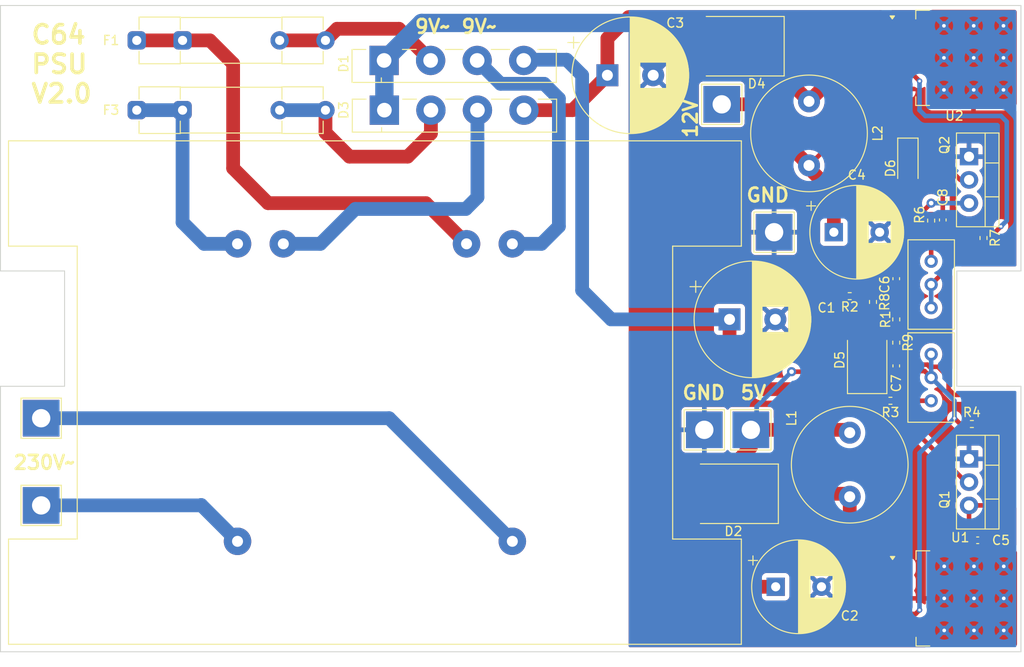
<source format=kicad_pcb>
(kicad_pcb (version 20240108) (generator "pcbnew") (generator_version "8.0")
  (title_block (title "C64 and 1541 PSU") (date "2025-01-11") (rev "1.0"))
  (layers (0 "F.Cu" signal) (31 "B.Cu" signal) (34 "B.Paste" user) (35 "F.Paste" user) (36 "B.SilkS" user "B.Silkscreen") (37 "F.SilkS" user "F.Silkscreen") (38 "B.Mask" user) (39 "F.Mask" user) (44 "Edge.Cuts" user))
  (net 0 "")
  (net 1 "Net-(D1-+)")
  (net 2 "GND")
  (net 3 "Net-(D1-Pad3)")
  (net 4 "Net-(D1-Pad2)")
  (net 5 "Net-(D2-K)")
  (net 6 "Net-(J1-Pin_1)")
  (net 7 "Net-(J2-Pin_1)")
  (net 8 "/5VDC")
  (net 9 "Net-(D3-+)")
  (net 10 "/12VDC")
  (net 11 "Net-(D5-A)")
  (net 12 "Net-(D6-A)")
  (net 13 "Net-(D4-K)")
  (net 14 "Net-(D3-Pad3)")
  (net 15 "Net-(D3-Pad2)")
  (net 16 "Net-(Q1-G)")
  (net 17 "Net-(Q2-G)")
  (net 18 "/FB5V")
  (net 19 "/FB12V")
  (net 20 "Net-(F1-Pad1)")
  (net 21 "Net-(F3-Pad1)")
  (net 22 "Net-(R3-Pad2)")
  (net 23 "Net-(R6-Pad2)")
  (footprint "Resistor_SMD:R_0402_1005Metric_Pad0.72x0.64mm_HandSolder" (layer "F.Cu") (at 179.705 90.17)
    (property "Reference" "R4" (at 0 -1.27 0) (layer "F.SilkS"))
    (property "Value" "1k")
    (pad "1" smd roundrect (at -0.5975 0) (size 0.715 0.64) (layers "F.Cu" "F.Paste" "F.Mask") (net 18 "/FB5V"))
    (pad "2" smd roundrect (at 0.5975 0) (size 0.715 0.64) (layers "F.Cu" "F.Paste" "F.Mask") (net 2 "GND"))
  )
  (footprint "c64_psu:TO-263-5_TabPin3" (layer "F.Cu") (at 178.405 50.165)
    (property "Reference" "U2" (at -0.605 6.35 0) (layer "F.SilkS"))
    (property "Value" "LM2596S-ADJ")
    (pad "1" smd roundrect (at -7.65 -3.4) (size 4.6 1.1) (layers "F.Cu" "F.Paste" "F.Mask") (roundrect_rratio 0.227273) (net 9 "Net-(D3-+)"))
    (pad "2" smd roundrect (at -7.65 -1.7) (size 4.6 1.1) (layers "F.Cu" "F.Paste" "F.Mask") (roundrect_rratio 0.227273) (net 13 "Net-(D4-K)"))
    (pad "3" smd roundrect (at -7.65 0) (size 4.6 1.1) (layers "F.Cu" "F.Paste" "F.Mask") (roundrect_rratio 0.227273) (net 2 "GND"))
    (pad "3" thru_hole circle (at -1.75 -3.5) (size 1 1) (drill 0.4) (layers "*.Cu" "*.Mask") (net 2 "GND"))
    (pad "3" thru_hole circle (at -1.75 0) (size 1 1) (drill 0.4) (layers "*.Cu" "*.Mask") (net 2 "GND"))
    (pad "3" thru_hole circle (at -1.75 3.5) (size 1 1) (drill 0.4) (layers "*.Cu" "*.Mask") (net 2 "GND"))
    (pad "3" smd roundrect (at 1.475 0) (size 9.45 10.5) (layers "F.Cu" "F.Mask") (roundrect_rratio 0.026596) (net 2 "GND"))
    (pad "3" thru_hole circle (at 1.5 -3.5) (size 1 1) (drill 0.4) (layers "*.Cu" "*.Mask") (net 2 "GND"))
    (pad "3" thru_hole circle (at 1.5 0) (size 1 1) (drill 0.4) (layers "*.Cu" "*.Mask") (net 2 "GND"))
    (pad "3" thru_hole circle (at 1.5 3.5) (size 1 1) (drill 0.4) (layers "*.Cu" "*.Mask") (net 2 "GND"))
    (pad "3" thru_hole circle (at 4.75 -3.5) (size 1 1) (drill 0.4) (layers "*.Cu" "*.Mask") (net 2 "GND"))
    (pad "3" thru_hole circle (at 4.75 0) (size 1 1) (drill 0.4) (layers "*.Cu" "*.Mask") (net 2 "GND"))
    (pad "3" thru_hole circle (at 4.75 3.5) (size 1 1) (drill 0.4) (layers "*.Cu" "*.Mask") (net 2 "GND"))
    (pad "4" smd roundrect (at -7.65 1.7) (size 4.6 1.1) (layers "F.Cu" "F.Paste" "F.Mask") (roundrect_rratio 0.227273) (net 19 "/FB12V"))
    (pad "5" smd roundrect (at -7.65 3.4) (size 4.6 1.1) (layers "F.Cu" "F.Paste" "F.Mask") (roundrect_rratio 0.227273) (net 2 "GND"))
  )
  (footprint "Resistor_SMD:R_0402_1005Metric_Pad0.72x0.64mm_HandSolder" (layer "F.Cu") (at 175.26 67.945 -90)
    (property "Reference" "R6" (at -0.635 1.27 90) (layer "F.SilkS"))
    (property "Value" "8k2")
    (pad "1" smd roundrect (at -0.5975 0 270) (size 0.715 0.64) (layers "F.Cu" "F.Paste" "F.Mask") (net 10 "/12VDC"))
    (pad "2" smd roundrect (at 0.5975 0 270) (size 0.715 0.64) (layers "F.Cu" "F.Paste" "F.Mask") (net 23 "Net-(R6-Pad2)"))
  )
  (footprint "Capacitor_THT:CP_Radial_D12.5mm_P5.00mm" (layer "F.Cu") (at 139.916041 52.07)
    (property "Reference" "C3" (at 7.403959 -5.715 0) (layer "F.SilkS"))
    (property "Value" "2200u")
    (pad "1" thru_hole rect (at 0 0) (size 2.4 2.4) (drill 1.2) (layers "*.Cu" "*.Mask") (net 9 "Net-(D3-+)"))
    (pad "2" thru_hole circle (at 5 0) (size 2.4 2.4) (drill 1.2) (layers "*.Cu" "*.Mask") (net 2 "GND"))
  )
  (footprint "TestPoint:TestPoint_THTPad_4.0x4.0mm_Drill2.0mm" (layer "F.Cu") (at 158.115 69.215 90)
    (property "Reference" "J6" (hide yes))
    (property "Value" "GND")
    (pad "1" thru_hole rect (at 0 0 90) (size 4 4) (drill 2) (layers "*.Cu" "*.Mask") (net 2 "GND"))
  )
  (footprint "Package_TO_SOT_THT:TO-220-3_Vertical" (layer "F.Cu") (at 179.395 93.98 -90)
    (property "Reference" "Q1" (at 4.445 2.67 90) (layer "F.SilkS"))
    (property "Value" "BT145")
    (pad "1" thru_hole rect (at 0 0 270) (size 1.905 2) (drill 1.1) (layers "*.Cu" "*.Mask") (net 2 "GND"))
    (pad "2" thru_hole oval (at 2.54 0 270) (size 1.905 2) (drill 1.1) (layers "*.Cu" "*.Mask") (net 8 "/5VDC"))
    (pad "3" thru_hole oval (at 5.08 0 270) (size 1.905 2) (drill 1.1) (layers "*.Cu" "*.Mask") (net 16 "Net-(Q1-G)"))
  )
  (footprint "Capacitor_SMD:C_0402_1005Metric_Pad0.74x0.62mm_HandSolder" (layer "F.Cu") (at 171.45 74.295 -90)
    (property "Reference" "C6" (at 0.635 1.27 90) (layer "F.SilkS"))
    (property "Value" "100n")
    (pad "1" smd roundrect (at -0.5675 0 270) (size 0.735 0.62) (layers "F.Cu" "F.Paste" "F.Mask") (net 17 "Net-(Q2-G)"))
    (pad "2" smd roundrect (at 0.5675 0 270) (size 0.735 0.62) (layers "F.Cu" "F.Paste" "F.Mask") (net 2 "GND"))
  )
  (footprint "Diode_THT:Diode_Bridge_Vishay_GBU" (layer "F.Cu") (at 115.57 55.88)
    (property "Reference" "D3" (at -4.445 0 90) (layer "F.SilkS"))
    (property "Value" " GBU8J")
    (pad "1" thru_hole rect (at 0 0) (size 3.2 3.2) (drill 1.6) (layers "*.Cu" "*.Mask") (net 2 "GND"))
    (pad "2" thru_hole circle (at 5.08 0) (size 3.2 3.2) (drill 1.6) (layers "*.Cu" "*.Mask") (net 15 "Net-(D3-Pad2)"))
    (pad "3" thru_hole circle (at 10.16 0) (size 3.2 3.2) (drill 1.6) (layers "*.Cu" "*.Mask") (net 14 "Net-(D3-Pad3)"))
    (pad "4" thru_hole circle (at 15.24 0) (size 3.2 3.2) (drill 1.6) (layers "*.Cu" "*.Mask") (net 9 "Net-(D3-+)"))
  )
  (footprint "Diode_SMD:D_SMC" (layer "F.Cu") (at 153.67 97.79 180)
    (property "Reference" "D2" (at 0 -4.1 180) (layer "F.SilkS"))
    (property "Value" "B 340 F")
    (pad "1" smd roundrect (at -3.4 0 270) (size 3.3 2.5) (layers "F.Cu" "F.Paste" "F.Mask") (roundrect_rratio 0.1) (net 5 "Net-(D2-K)"))
    (pad "2" smd roundrect (at 3.4 0 270) (size 3.3 2.5) (layers "F.Cu" "F.Paste" "F.Mask") (roundrect_rratio 0.1) (net 2 "GND"))
  )
  (footprint "Diode_THT:Diode_Bridge_Vishay_GBU" (layer "F.Cu") (at 115.54 50.45)
    (property "Reference" "D1" (at -4.415 0.35 90) (layer "F.SilkS"))
    (property "Value" " GBU8J")
    (pad "1" thru_hole rect (at 0 0) (size 3.2 3.2) (drill 1.6) (layers "*.Cu" "*.Mask") (net 2 "GND"))
    (pad "2" thru_hole circle (at 5.08 0) (size 3.2 3.2) (drill 1.6) (layers "*.Cu" "*.Mask") (net 4 "Net-(D1-Pad2)"))
    (pad "3" thru_hole circle (at 10.16 0) (size 3.2 3.2) (drill 1.6) (layers "*.Cu" "*.Mask") (net 3 "Net-(D1-Pad3)"))
    (pad "4" thru_hole circle (at 15.24 0) (size 3.2 3.2) (drill 1.6) (layers "*.Cu" "*.Mask") (net 1 "Net-(D1-+)"))
  )
  (footprint "c64_psu:Transformer_EI_60_25,5_209" (layer "F.Cu") (at 114.54 86.735 -90)
    (property "Reference" "TR1" (hide yes))
    (property "Value" " EI 60/25,5 209")
    (pad "1" thru_hole circle (at 16.25 -15 270) (size 3 3) (drill 1.2) (layers "*.Cu" "*.Mask") (net 6 "Net-(J1-Pin_1)"))
    (pad "7" thru_hole circle (at 16.25 15 270) (size 3 3) (drill 1.2) (layers "*.Cu" "*.Mask") (net 7 "Net-(J2-Pin_1)"))
    (pad "8" thru_hole circle (at -16.25 15 270) (size 3 3) (drill 1.2) (layers "*.Cu" "*.Mask") (net 21 "Net-(F3-Pad1)"))
    (pad "9" thru_hole circle (at -16.25 10 270) (size 3 3) (drill 1.2) (layers "*.Cu" "*.Mask") (net 14 "Net-(D3-Pad3)"))
    (pad "13" thru_hole circle (at -16.25 -10 270) (size 3 3) (drill 1.2) (layers "*.Cu" "*.Mask") (net 20 "Net-(F1-Pad1)"))
    (pad "14" thru_hole circle (at -16.25 -15 270) (size 3 3) (drill 1.2) (layers "*.Cu" "*.Mask") (net 3 "Net-(D1-Pad3)"))
  )
  (footprint "TestPoint:TestPoint_THTPad_4.0x4.0mm_Drill2.0mm" (layer "F.Cu") (at 78.105 89.535)
    (property "Reference" "J1" (hide yes))
    (property "Value" "230VAC")
    (pad "1" thru_hole rect (at 0 0) (size 4 4) (drill 2) (layers "*.Cu" "*.Mask") (net 6 "Net-(J1-Pin_1)"))
  )
  (footprint "Resistor_SMD:R_0402_1005Metric_Pad0.72x0.64mm_HandSolder" (layer "F.Cu") (at 171.45 81.28 90)
    (property "Reference" "R9" (at 0 1.27 -90) (layer "F.SilkS"))
    (property "Value" "100")
    (pad "1" smd roundrect (at -0.5975 0 90) (size 0.715 0.64) (layers "F.Cu" "F.Paste" "F.Mask") (net 16 "Net-(Q1-G)"))
    (pad "2" smd roundrect (at 0.5975 0 90) (size 0.715 0.64) (layers "F.Cu" "F.Paste" "F.Mask") (net 11 "Net-(D5-A)"))
  )
  (footprint "Resistor_SMD:R_0402_1005Metric_Pad0.72x0.64mm_HandSolder" (layer "F.Cu") (at 170.815 87.63)
    (property "Reference" "R3" (at 0 1.27 0) (layer "F.SilkS"))
    (property "Value" "2k7")
    (pad "1" smd roundrect (at -0.5975 0) (size 0.715 0.64) (layers "F.Cu" "F.Paste" "F.Mask") (net 8 "/5VDC"))
    (pad "2" smd roundrect (at 0.5975 0) (size 0.715 0.64) (layers "F.Cu" "F.Paste" "F.Mask") (net 22 "Net-(R3-Pad2)"))
  )
  (footprint "Diode_SMD:D_MiniMELF" (layer "F.Cu") (at 172.72 61.595 -90)
    (property "Reference" "D6" (at 0.635 1.905 90) (layer "F.SilkS"))
    (property "Value" " TZMC13")
    (pad "1" smd roundrect (at -1.75 0 270) (size 1.3 1.7) (layers "F.Cu" "F.Paste" "F.Mask") (roundrect_rratio 0.1923076923) (net 10 "/12VDC"))
    (pad "2" smd roundrect (at 1.75 0 270) (size 1.3 1.7) (layers "F.Cu" "F.Paste" "F.Mask") (roundrect_rratio 0.1923076923) (net 12 "Net-(D6-A)"))
  )
  (footprint "Capacitor_SMD:C_0402_1005Metric_Pad0.74x0.62mm_HandSolder" (layer "F.Cu") (at 176.53 67.8775 -90)
    (property "Reference" "C8" (at -2.4725 0 90) (layer "F.SilkS"))
    (property "Value" "2n2")
    (pad "1" smd roundrect (at -0.5675 0 270) (size 0.735 0.62) (layers "F.Cu" "F.Paste" "F.Mask") (net 10 "/12VDC"))
    (pad "2" smd roundrect (at 0.5675 0 270) (size 0.735 0.62) (layers "F.Cu" "F.Paste" "F.Mask") (net 19 "/FB12V"))
  )
  (footprint "Resistor_SMD:R_0402_1005Metric_Pad0.72x0.64mm_HandSolder" (layer "F.Cu") (at 168.91 76.835 90)
    (property "Reference" "R8" (at 0 1.27 -90) (layer "F.SilkS"))
    (property "Value" "220")
    (pad "1" smd roundrect (at -0.5975 0 90) (size 0.715 0.64) (layers "F.Cu" "F.Paste" "F.Mask") (net 17 "Net-(Q2-G)"))
    (pad "2" smd roundrect (at 0.5975 0 90) (size 0.715 0.64) (layers "F.Cu" "F.Paste" "F.Mask") (net 12 "Net-(D6-A)"))
  )
  (footprint "Resistor_SMD:R_0402_1005Metric_Pad0.72x0.64mm_HandSolder" (layer "F.Cu") (at 180.975 69.85 -90)
    (property "Reference" "R7" (at 0 -1.27 90) (layer "F.SilkS"))
    (property "Value" "1k")
    (pad "1" smd roundrect (at -0.5975 0 270) (size 0.715 0.64) (layers "F.Cu" "F.Paste" "F.Mask") (net 19 "/FB12V"))
    (pad "2" smd roundrect (at 0.5975 0 270) (size 0.715 0.64) (layers "F.Cu" "F.Paste" "F.Mask") (net 2 "GND"))
  )
  (footprint "Package_TO_SOT_THT:TO-220-3_Vertical" (layer "F.Cu") (at 179.395 60.96 -90)
    (property "Reference" "Q2" (at -1.27 2.67 90) (layer "F.SilkS"))
    (property "Value" "BT145")
    (pad "1" thru_hole rect (at 0 0 270) (size 1.905 2) (drill 1.1) (layers "*.Cu" "*.Mask") (net 2 "GND"))
    (pad "2" thru_hole oval (at 2.54 0 270) (size 1.905 2) (drill 1.1) (layers "*.Cu" "*.Mask") (net 10 "/12VDC"))
    (pad "3" thru_hole oval (at 5.08 0 270) (size 1.905 2) (drill 1.1) (layers "*.Cu" "*.Mask") (net 17 "Net-(Q2-G)"))
  )
  (footprint "Inductor_THT:L_Radial_D12.5mm_P7.00mm_Fastron_09HCP" (layer "F.Cu") (at 166.37 98.115 90)
    (property "Reference" "L1" (at 8.58 -6.35 -90) (layer "F.SilkS"))
    (property "Value" "33u")
    (pad "1" thru_hole circle (at 0 0 90) (size 2.4 2.4) (drill 1.2) (layers "*.Cu" "*.Mask") (net 5 "Net-(D2-K)"))
    (pad "2" thru_hole circle (at 7 0 90) (size 2.4 2.4) (drill 1.2) (layers "*.Cu" "*.Mask") (net 8 "/5VDC"))
  )
  (footprint "Capacitor_SMD:C_0402_1005Metric_Pad0.74x0.62mm_HandSolder" (layer "F.Cu") (at 180.34 102.87)
    (property "Reference" "C5" (at 2.54 0 0) (layer "F.SilkS"))
    (property "Value" "100n")
    (pad "1" smd roundrect (at -0.5675 0) (size 0.735 0.62) (layers "F.Cu" "F.Paste" "F.Mask") (net 16 "Net-(Q1-G)"))
    (pad "2" smd roundrect (at 0.5675 0) (size 0.735 0.62) (layers "F.Cu" "F.Paste" "F.Mask") (net 2 "GND"))
  )
  (footprint "Diode_SMD:D_SMC" (layer "F.Cu") (at 154.305 48.895 180)
    (property "Reference" "D4" (at -1.905 -4.1 180) (layer "F.SilkS"))
    (property "Value" "B 340 F")
    (pad "1" smd roundrect (at -3.4 0 270) (size 3.3 2.5) (layers "F.Cu" "F.Paste" "F.Mask") (roundrect_rratio 0.1) (net 13 "Net-(D4-K)"))
    (pad "2" smd roundrect (at 3.4 0 270) (size 3.3 2.5) (layers "F.Cu" "F.Paste" "F.Mask") (roundrect_rratio 0.1) (net 2 "GND"))
  )
  (footprint "Fuse:Fuseholder_Clip-5x20mm_Schurter_CQM_Inline_P20.60x5.00mm_D1.00mm_Horizontal" (layer "F.Cu") (at 88.54 48.26)
    (property "Reference" "F1" (at -2.815 0 0) (layer "F.SilkS"))
    (property "Value" "1,5A")
    (pad "1" thru_hole roundrect (at 0 0) (size 2 2) (drill 1) (layers "*.Cu" "*.Mask") (net 20 "Net-(F1-Pad1)"))
    (pad "1" thru_hole roundrect (at 5 0) (size 2 2) (drill 1) (layers "*.Cu" "*.Mask") (net 20 "Net-(F1-Pad1)"))
    (pad "2" thru_hole circle (at 15.6 0) (size 2 2) (drill 1) (layers "*.Cu" "*.Mask") (net 4 "Net-(D1-Pad2)"))
    (pad "2" thru_hole circle (at 20.6 0) (size 2 2) (drill 1) (layers "*.Cu" "*.Mask") (net 4 "Net-(D1-Pad2)"))
  )
  (footprint "TestPoint:TestPoint_THTPad_4.0x4.0mm_Drill2.0mm" (layer "F.Cu") (at 150.495 90.805)
    (property "Reference" "J8" (hide yes))
    (property "Value" "GND")
    (pad "1" thru_hole rect (at 0 0) (size 4 4) (drill 2) (layers "*.Cu" "*.Mask") (net 2 "GND"))
  )
  (footprint "Capacitor_SMD:C_0402_1005Metric_Pad0.74x0.62mm_HandSolder" (layer "F.Cu") (at 171.45 83.82 -90)
    (property "Reference" "C7" (at 1.905 0 90) (layer "F.SilkS"))
    (property "Value" "4n7")
    (pad "1" smd roundrect (at -0.5675 0 270) (size 0.735 0.62) (layers "F.Cu" "F.Paste" "F.Mask") (net 8 "/5VDC"))
    (pad "2" smd roundrect (at 0.5675 0 270) (size 0.735 0.62) (layers "F.Cu" "F.Paste" "F.Mask") (net 18 "/FB5V"))
  )
  (footprint "Potentiometer_THT:Potentiometer_Bourns_3296W_Vertical" (layer "F.Cu") (at 175.26 87.63 -90)
    (property "Reference" "RV1" (hide yes))
    (property "Value" "500")
    (pad "1" thru_hole circle (at 0 0 270) (size 1.44 1.44) (drill 0.8) (layers "*.Cu" "*.Mask") (net 22 "Net-(R3-Pad2)"))
    (pad "2" thru_hole circle (at -2.54 0 270) (size 1.44 1.44) (drill 0.8) (layers "*.Cu" "*.Mask") (net 18 "/FB5V"))
    (pad "3" thru_hole circle (at -5.08 0 270) (size 1.44 1.44) (drill 0.8) (layers "*.Cu" "*.Mask") (net 18 "/FB5V"))
  )
  (footprint "Resistor_SMD:R_0402_1005Metric_Pad0.72x0.64mm_HandSolder" (layer "F.Cu") (at 166.37 76.2 180)
    (property "Reference" "R2" (at 0 -1.17 180) (layer "F.SilkS"))
    (property "Value" "470")
    (pad "1" smd roundrect (at -0.5975 0 180) (size 0.715 0.64) (layers "F.Cu" "F.Paste" "F.Mask") (net 12 "Net-(D6-A)"))
    (pad "2" smd roundrect (at 0.5975 0 180) (size 0.715 0.64) (layers "F.Cu" "F.Paste" "F.Mask") (net 2 "GND"))
  )
  (footprint "TestPoint:TestPoint_THTPad_4.0x4.0mm_Drill2.0mm" (layer "F.Cu") (at 78.105 99.06)
    (property "Reference" "J2" (hide yes))
    (property "Value" "230VAC")
    (pad "1" thru_hole rect (at 0 0) (size 4 4) (drill 2) (layers "*.Cu" "*.Mask") (net 7 "Net-(J2-Pin_1)"))
  )
  (footprint "c64_psu:TO-263-5_TabPin3" (layer "F.Cu") (at 178.435 109.22)
    (property "Reference" "U1" (at 0 -6.65 0) (layer "F.SilkS"))
    (property "Value" "LM2596S-ADJ")
    (pad "1" smd roundrect (at -7.65 -3.4) (size 4.6 1.1) (layers "F.Cu" "F.Paste" "F.Mask") (roundrect_rratio 0.227273) (net 1 "Net-(D1-+)"))
    (pad "2" smd roundrect (at -7.65 -1.7) (size 4.6 1.1) (layers "F.Cu" "F.Paste" "F.Mask") (roundrect_rratio 0.227273) (net 5 "Net-(D2-K)"))
    (pad "3" smd roundrect (at -7.65 0) (size 4.6 1.1) (layers "F.Cu" "F.Paste" "F.Mask") (roundrect_rratio 0.227273) (net 2 "GND"))
    (pad "3" thru_hole circle (at -1.75 -3.5) (size 1 1) (drill 0.4) (layers "*.Cu" "*.Mask") (net 2 "GND"))
    (pad "3" thru_hole circle (at -1.75 0) (size 1 1) (drill 0.4) (layers "*.Cu" "*.Mask") (net 2 "GND"))
    (pad "3" thru_hole circle (at -1.75 3.5) (size 1 1) (drill 0.4) (layers "*.Cu" "*.Mask") (net 2 "GND"))
    (pad "3" smd roundrect (at 1.475 0) (size 9.45 10.5) (layers "F.Cu" "F.Mask") (roundrect_rratio 0.026596) (net 2 "GND"))
    (pad "3" thru_hole circle (at 1.5 -3.5) (size 1 1) (drill 0.4) (layers "*.Cu" "*.Mask") (net 2 "GND"))
    (pad "3" thru_hole circle (at 1.5 0) (size 1 1) (drill 0.4) (layers "*.Cu" "*.Mask") (net 2 "GND"))
    (pad "3" thru_hole circle (at 1.5 3.5) (size 1 1) (drill 0.4) (layers "*.Cu" "*.Mask") (net 2 "GND"))
    (pad "3" thru_hole circle (at 4.75 -3.5) (size 1 1) (drill 0.4) (layers "*.Cu" "*.Mask") (net 2 "GND"))
    (pad "3" thru_hole circle (at 4.75 0) (size 1 1) (drill 0.4) (layers "*.Cu" "*.Mask") (net 2 "GND"))
    (pad "3" thru_hole circle (at 4.75 3.5) (size 1 1) (drill 0.4) (layers "*.Cu" "*.Mask") (net 2 "GND"))
    (pad "4" smd roundrect (at -7.65 1.7) (size 4.6 1.1) (layers "F.Cu" "F.Paste" "F.Mask") (roundrect_rratio 0.227273) (net 18 "/FB5V"))
    (pad "5" smd roundrect (at -7.65 3.4) (size 4.6 1.1) (layers "F.Cu" "F.Paste" "F.Mask") (roundrect_rratio 0.227273) (net 2 "GND"))
  )
  (footprint "Inductor_THT:L_Radial_D12.5mm_P7.00mm_Fastron_09HCP" (layer "F.Cu") (at 161.925 54.92 -90)
    (property "Reference" "L2" (at 3.5 -7.5 90) (layer "F.SilkS"))
    (property "Value" "33u")
    (pad "1" thru_hole circle (at 0 0 270) (size 2.4 2.4) (drill 1.2) (layers "*.Cu" "*.Mask") (net 13 "Net-(D4-K)"))
    (pad "2" thru_hole circle (at 7 0 270) (size 2.4 2.4) (drill 1.2) (layers "*.Cu" "*.Mask") (net 10 "/12VDC"))
  )
  (footprint "Potentiometer_THT:Potentiometer_Bourns_3296W_Vertical" (layer "F.Cu") (at 175.26 72.39 90)
    (property "Reference" "RV2" (hide yes))
    (property "Value" "1k")
    (pad "1" thru_hole circle (at 0 0 90) (size 1.44 1.44) (drill 0.8) (layers "*.Cu" "*.Mask") (net 23 "Net-(R6-Pad2)"))
    (pad "2" thru_hole circle (at -2.54 0 90) (size 1.44 1.44) (drill 0.8) (layers "*.Cu" "*.Mask") (net 19 "/FB12V"))
    (pad "3" thru_hole circle (at -5.08 0 90) (size 1.44 1.44) (drill 0.8) (layers "*.Cu" "*.Mask") (net 19 "/FB12V"))
  )
  (footprint "Resistor_SMD:R_0402_1005Metric_Pad0.72x0.64mm_HandSolder" (layer "F.Cu") (at 171.45 78.74 90)
    (property "Reference" "R1" (at 0 -1.17 -90) (layer "F.SilkS"))
    (property "Value" "470")
    (pad "1" smd roundrect (at -0.5975 0 90) (size 0.715 0.64) (layers "F.Cu" "F.Paste" "F.Mask") (net 11 "Net-(D5-A)"))
    (pad "2" smd roundrect (at 0.5975 0 90) (size 0.715 0.64) (layers "F.Cu" "F.Paste" "F.Mask") (net 2 "GND"))
  )
  (footprint "Capacitor_THT:CP_Radial_D10.0mm_P5.00mm" (layer "F.Cu") (at 158.287323 107.95)
    (property "Reference" "C2" (at 8.082677 3.175 0) (layer "F.SilkS"))
    (property "Value" "680u")
    (pad "1" thru_hole rect (at 0 0) (size 2 2) (drill 1) (layers "*.Cu" "*.Mask") (net 8 "/5VDC"))
    (pad "2" thru_hole circle (at 5 0) (size 2 2) (drill 1) (layers "*.Cu" "*.Mask") (net 2 "GND"))
  )
  (footprint "Fuse:Fuseholder_Clip-5x20mm_Schurter_CQM_Inline_P20.60x5.00mm_D1.00mm_Horizontal" (layer "F.Cu") (at 88.54 55.88)
    (property "Reference" "F3" (at -2.815 0 0) (layer "F.SilkS"))
    (property "Value" "1A")
    (pad "1" thru_hole roundrect (at 0 0) (size 2 2) (drill 1) (layers "*.Cu" "*.Mask") (net 21 "Net-(F3-Pad1)"))
    (pad "1" thru_hole roundrect (at 5 0) (size 2 2) (drill 1) (layers "*.Cu" "*.Mask") (net 21 "Net-(F3-Pad1)"))
    (pad "2" thru_hole circle (at 15.6 0) (size 2 2) (drill 1) (layers "*.Cu" "*.Mask") (net 15 "Net-(D3-Pad2)"))
    (pad "2" thru_hole circle (at 20.6 0) (size 2 2) (drill 1) (layers "*.Cu" "*.Mask") (net 15 "Net-(D3-Pad2)"))
  )
  (footprint "TestPoint:TestPoint_THTPad_4.0x4.0mm_Drill2.0mm" (layer "F.Cu") (at 152.4 55.245)
    (property "Reference" "J7" (hide yes))
    (property "Value" "12VDC")
    (pad "1" thru_hole rect (at 0 0) (size 4 4) (drill 2) (layers "*.Cu" "*.Mask") (net 10 "/12VDC"))
  )
  (footprint "TestPoint:TestPoint_THTPad_4.0x4.0mm_Drill2.0mm" (layer "F.Cu") (at 155.575 90.805)
    (property "Reference" "J5" (hide yes))
    (property "Value" "5VDC")
    (pad "1" thru_hole rect (at 0 0) (size 4 4) (drill 2) (layers "*.Cu" "*.Mask") (net 8 "/5VDC"))
  )
  (footprint "Capacitor_THT:CP_Radial_D10.0mm_P5.00mm" (layer "F.Cu") (at 164.637323 69.215)
    (property "Reference" "C4" (at 2.5 -6.25 0) (layer "F.SilkS"))
    (property "Value" "680u")
    (pad "1" thru_hole rect (at 0 0) (size 2 2) (drill 1) (layers "*.Cu" "*.Mask") (net 10 "/12VDC"))
    (pad "2" thru_hole circle (at 5 0) (size 2 2) (drill 1) (layers "*.Cu" "*.Mask") (net 2 "GND"))
  )
  (footprint "Capacitor_THT:CP_Radial_D12.5mm_P5.00mm" (layer "F.Cu") (at 153.251041 78.74)
    (property "Reference" "C1" (at 10.578959 -1.27 0) (layer "F.SilkS"))
    (property "Value" "2200u")
    (pad "1" thru_hole rect (at 0 0) (size 2.4 2.4) (drill 1.2) (layers "*.Cu" "*.Mask") (net 1 "Net-(D1-+)"))
    (pad "2" thru_hole circle (at 5 0) (size 2.4 2.4) (drill 1.2) (layers "*.Cu" "*.Mask") (net 2 "GND"))
  )
  (footprint "Diode_SMD:D_SMB" (layer "F.Cu") (at 168.275 83.185 90)
    (property "Reference" "D5" (at 0 -3 -90) (layer "F.SilkS"))
    (property "Value" "1SMB5918BT3G")
    (pad "1" smd roundrect (at -2.15 0 90) (size 2.5 2.3) (layers "F.Cu" "F.Paste" "F.Mask") (roundrect_rratio 0.1086956522) (net 8 "/5VDC"))
    (pad "2" smd roundrect (at 2.15 0 90) (size 2.5 2.3) (layers "F.Cu" "F.Paste" "F.Mask") (roundrect_rratio 0.1086956522) (net 11 "Net-(D5-A)"))
  )
  (gr_line (start 185.06 86.05) (end 178.06 86.05) (stroke (width 0.1)) (layer "Edge.Cuts"))
  (gr_line (start 185.06 115.05) (end 73.66 115.05) (stroke (width 0.1)) (layer "Edge.Cuts"))
  (gr_line (start 178.06 86.05) (end 178.06 73.45) (stroke (width 0.1)) (layer "Edge.Cuts"))
  (gr_line (start 80.66 86.05) (end 73.66 86.05) (stroke (width 0.1)) (layer "Edge.Cuts"))
  (gr_line (start 80.66 86.05) (end 80.66 73.45) (stroke (width 0.1)) (layer "Edge.Cuts"))
  (gr_line (start 185.06 115.05) (end 185.06 86.05) (stroke (width 0.1)) (layer "Edge.Cuts"))
  (gr_line (start 73.66 115.05) (end 73.66 86.05) (stroke (width 0.1)) (layer "Edge.Cuts"))
  (gr_line (start 80.66 73.45) (end 73.66 73.45) (stroke (width 0.1)) (layer "Edge.Cuts"))
  (gr_line (start 73.66 73.45) (end 73.66 44.45) (stroke (width 0.1)) (layer "Edge.Cuts"))
  (gr_line (start 185.06 73.45) (end 178.06 73.45) (stroke (width 0.1)) (layer "Edge.Cuts"))
  (gr_line (start 185.06 44.45) (end 185.06 73.45) (stroke (width 0.1)) (layer "Edge.Cuts"))
  (gr_line (start 73.66 44.45) (end 185.06 44.45) (stroke (width 0.1)) (layer "Edge.Cuts"))
  (gr_text "GND" (at 154.94 66.04 0) (layer "F.SilkS") (effects (font (size 1.5 1.5) (thickness 0.3) (bold yes)) (justify left bottom)))
  (gr_text "9V~" (at 123.825 47.625 0) (layer "F.SilkS") (effects (font (size 1.5 1.5) (thickness 0.3) (bold yes)) (justify left bottom)))
  (gr_text "12V" (at 149.86 59.055 90) (layer "F.SilkS") (effects (font (size 1.5 1.5) (thickness 0.3) (bold yes)) (justify left bottom)))
  (gr_text "GND" (at 147.955 87.63 0) (layer "F.SilkS") (effects (font (size 1.5 1.5) (thickness 0.3) (bold yes)) (justify left bottom)))
  (gr_text "230V~" (at 74.93 95.25 0) (layer "F.SilkS") (effects (font (size 1.5 1.5) (thickness 0.3) (bold yes)) (justify left bottom)))
  (gr_text "9V~" (at 118.745 47.625 0) (layer "F.SilkS") (effects (font (size 1.5 1.5) (thickness 0.3) (bold yes)) (justify left bottom)))
  (gr_text "5V" (at 154.305 87.63 0) (layer "F.SilkS") (effects (font (size 1.5 1.5) (thickness 0.3) (bold yes)) (justify left bottom)))
  (gr_text "C64\nPSU\nV2.0" (at 76.835 55.245 0) (layer "F.SilkS") (effects (font (size 2 2) (thickness 0.4) (bold yes)) (justify left bottom)))
  (segment (start 167.64 88.265) (end 170.785 91.41) (width 1.5) (layer "F.Cu") (net 1))
  (segment (start 153.251041 78.74) (end 153.251041 82.766041) (width 1.5) (layer "F.Cu") (net 1))
  (segment (start 161.925 86.36) (end 163.83 88.265) (width 1.5) (layer "F.Cu") (net 1))
  (segment (start 163.83 88.265) (end 167.64 88.265) (width 1.5) (layer "F.Cu") (net 1))
  (segment (start 153.251041 82.766041) (end 156.845 86.36) (width 1.5) (layer "F.Cu") (net 1))
  (segment (start 156.845 86.36) (end 161.925 86.36) (width 1.5) (layer "F.Cu") (net 1))
  (segment (start 170.785 91.41) (end 170.785 105.82) (width 1.5) (layer "F.Cu") (net 1))
  (segment (start 137.16 52.07) (end 137.16 75.565) (width 1.5) (layer "B.Cu") (net 1))
  (segment (start 130.78 50.37) (end 135.46 50.37) (width 1.5) (layer "B.Cu") (net 1))
  (segment (start 140.335 78.74) (end 153.251041 78.74) (width 1.5) (layer "B.Cu") (net 1))
  (segment (start 137.16 75.565) (end 140.335 78.74) (width 1.5) (layer "B.Cu") (net 1))
  (segment (start 135.46 50.37) (end 137.16 52.07) (width 1.5) (layer "B.Cu") (net 1))
  (segment (start 180.9075 108.2475) (end 179.935 109.22) (width 1) (layer "F.Cu") (net 2))
  (segment (start 180.9075 108.2225) (end 180.9075 102.87) (width 1) (layer "F.Cu") (net 2))
  (segment (start 179.91 109.22) (end 180.9075 108.2225) (width 1) (layer "F.Cu") (net 2))
  (segment (start 149.635 91.665) (end 150.495 90.805) (width 1.5) (layer "F.Cu") (net 2))
  (segment (start 150.27 91.03) (end 150.495 90.805) (width 1.5) (layer "F.Cu") (net 2))
  (segment (start 176.535 112.62) (end 170.785 112.62) (width 1) (layer "F.Cu") (net 2))
  (segment (start 179.935 109.22) (end 176.535 112.62) (width 1) (layer "F.Cu") (net 2))
  (segment (start 143.51 46.355) (end 144.916041 47.761041) (width 2) (layer "B.Cu") (net 2))
  (segment (start 115.57 55.88) (end 115.57 50.48) (width 2) (layer "B.Cu") (net 2))
  (segment (start 119.635 46.355) (end 143.51 46.355) (width 2) (layer "B.Cu") (net 2))
  (segment (start 115.54 50.45) (end 119.635 46.355) (width 2) (layer "B.Cu") (net 2))
  (segment (start 115.57 50.48) (end 115.54 50.45) (width 2) (layer "B.Cu") (net 2))
  (segment (start 144.916041 47.761041) (end 144.916041 52.07) (width 2) (layer "B.Cu") (net 2))
  (segment (start 132.715 70.485) (end 134.62 68.58) (width 1.5) (layer "B.Cu") (net 3))
  (segment (start 128.25 53) (end 125.7 50.45) (width 1.5) (layer "B.Cu") (net 3))
  (segment (start 134.62 68.58) (end 134.62 54.61) (width 1.5) (layer "B.Cu") (net 3))
  (segment (start 134.62 54.61) (end 133.01 53) (width 1.5) (layer "B.Cu") (net 3))
  (segment (start 133.01 53) (end 128.25 53) (width 1.5) (layer "B.Cu") (net 3))
  (segment (start 129.54 70.485) (end 132.715 70.485) (width 1.5) (layer "B.Cu") (net 3))
  (segment (start 110.41 46.99) (end 109.14 48.26) (width 1.5) (layer "F.Cu") (net 4))
  (segment (start 109.14 48.26) (end 104.14 48.26) (width 1.5) (layer "F.Cu") (net 4))
  (segment (start 117.16 46.99) (end 110.41 46.99) (width 1.5) (layer "F.Cu") (net 4))
  (segment (start 120.62 50.45) (end 117.16 46.99) (width 1.5) (layer "F.Cu") (net 4))
  (segment (start 157.07 97.79) (end 166.045 97.79) (width 1.5) (layer "F.Cu") (net 5))
  (segment (start 166.37 106.045) (end 167.845 107.52) (width 1.5) (layer "F.Cu") (net 5))
  (segment (start 167.845 107.52) (end 170.785 107.52) (width 1) (layer "F.Cu") (net 5))
  (segment (start 166.37 98.115) (end 166.37 106.045) (width 1.5) (layer "F.Cu") (net 5))
  (segment (start 166.045 97.79) (end 166.37 98.115) (width 1.5) (layer "F.Cu") (net 5))
  (segment (start 116.09 89.535) (end 129.54 102.985) (width 1.5) (layer "B.Cu") (net 6))
  (segment (start 78.105 89.535) (end 116.09 89.535) (width 1.5) (layer "B.Cu") (net 6))
  (segment (start 99.54 102.985) (end 95.575 99.02) (width 1.5) (layer "B.Cu") (net 7))
  (segment (start 95.535 99.06) (end 78.105 99.06) (width 1.5) (layer "B.Cu") (net 7))
  (segment (start 95.575 99.02) (end 95.535 99.06) (width 1.5) (layer "B.Cu") (net 7))
  (segment (start 179.065 96.52) (end 175.255 92.71) (width 0.5) (layer "F.Cu") (net 8))
  (segment (start 154.305 93.98) (end 154.305 106.68) (width 1.5) (layer "F.Cu") (net 8))
  (segment (start 170.3575 83.2525) (end 168.275 85.335) (width 0.5) (layer "F.Cu") (net 8))
  (segment (start 155.575 92.71) (end 154.305 93.98) (width 1.5) (layer "F.Cu") (net 8))
  (segment (start 168.91 85.48) (end 168.665 85.48) (width 0.5) (layer "F.Cu") (net 8))
  (segment (start 168.91 86.36) (end 168.91 85.48) (width 0.5) (layer "F.Cu") (net 8))
  (segment (start 155.575 107.95) (end 158.287323 107.95) (width 1.5) (layer "F.Cu") (net 8))
  (segment (start 168.665 85.48) (end 167.64 84.455) (width 0.5) (layer "F.Cu") (net 8))
  (segment (start 171.45 83.2525) (end 170.3575 83.2525) (width 0.5) (layer "F.Cu") (net 8))
  (segment (start 155.575 90.805) (end 166.06 90.805) (width 1.5) (layer "F.Cu") (net 8))
  (segment (start 155.575 90.805) (end 155.575 92.71) (width 1.5) (layer "F.Cu") (net 8))
  (segment (start 175.255 92.71) (end 175.255 92.705) (width 0.5) (layer "F.Cu") (net 8))
  (segment (start 167.64 84.455) (end 160.02 84.455) (width 0.5) (layer "F.Cu") (net 8))
  (segment (start 154.305 106.68) (end 155.575 107.95) (width 1.5) (layer "F.Cu") (net 8))
  (segment (start 175.255 92.705) (end 168.91 86.36) (width 0.5) (layer "F.Cu") (net 8))
  (segment (start 166.06 90.805) (end 166.37 91.115) (width 1.5) (layer "F.Cu") (net 8))
  (segment (start 168.52 85.09) (end 168.91 85.48) (width 0.5) (layer "F.Cu") (net 8))
  (via (at 160.02 84.455) (size 1) (drill 0.5) (layers "F.Cu" "B.Cu") (net 8))
  (segment (start 160.02 84.455) (end 156.21 88.265) (width 0.5) (layer "B.Cu") (net 8))
  (segment (start 156.21 88.265) (end 156.21 90.805) (width 0.5) (layer "B.Cu") (net 8))
  (segment (start 169.71 45.72) (end 170.755 46.765) (width 1.5) (layer "F.Cu") (net 9))
  (segment (start 130.81 55.88) (end 136.106041 55.88) (width 1.5) (layer "F.Cu") (net 9))
  (segment (start 142.24 45.72) (end 169.71 45.72) (width 1.5) (layer "F.Cu") (net 9))
  (segment (start 139.916041 48.043959) (end 142.24 45.72) (width 1.5) (layer "F.Cu") (net 9))
  (segment (start 136.106041 55.88) (end 139.916041 52.07) (width 1.5) (layer "F.Cu") (net 9))
  (segment (start 139.916041 52.07) (end 139.916041 48.043959) (width 1.5) (layer "F.Cu") (net 9))
  (segment (start 174.797323 59.862323) (end 163.982677 59.862323) (width 0.5) (layer "F.Cu") (net 10))
  (segment (start 176.53 61.595) (end 174.797323 59.862323) (width 0.5) (layer "F.Cu") (net 10))
  (segment (start 164.637323 64.942323) (end 164.637323 69.215) (width 1.5) (layer "F.Cu") (net 10))
  (segment (start 176.53 67.31) (end 175.2975 67.31) (width 0.5) (layer "F.Cu") (net 10))
  (segment (start 178.435 63.5) (end 176.53 61.595) (width 0.5) (layer "F.Cu") (net 10))
  (segment (start 161.925 62.23) (end 164.637323 64.942323) (width 1.5) (layer "F.Cu") (net 10))
  (segment (start 155.25 55.245) (end 161.925 61.92) (width 1.5) (layer "F.Cu") (net 10))
  (segment (start 176.53 67.31) (end 176.53 61.595) (width 0.5) (layer "F.Cu") (net 10))
  (segment (start 152.4 55.245) (end 155.25 55.245) (width 1.5) (layer "F.Cu") (net 10))
  (segment (start 176.52 67.3) (end 176.53 67.31) (width 0.5) (layer "F.Cu") (net 10))
  (segment (start 163.982677 59.862323) (end 161.925 61.92) (width 0.5) (layer "F.Cu") (net 10))
  (segment (start 175.2975 67.31) (end 175.26 67.3475) (width 0.5) (layer "F.Cu") (net 10))
  (segment (start 161.925 61.92) (end 161.925 62.23) (width 0.5) (layer "F.Cu") (net 10))
  (segment (start 168.275 81.035) (end 171.0975 81.035) (width 0.5) (layer "F.Cu") (net 11))
  (segment (start 168.7025 80.6075) (end 168.275 81.035) (width 0.5) (layer "F.Cu") (net 11))
  (segment (start 171.0975 81.035) (end 171.45 80.6825) (width 0.5) (layer "F.Cu") (net 11))
  (segment (start 171.45 80.6825) (end 171.45 79.3375) (width 0.5) (layer "F.Cu") (net 11))
  (segment (start 167.005 73.025) (end 166.9675 73.0625) (width 0.5) (layer "F.Cu") (net 12))
  (segment (start 172.72 63.345) (end 169.7 63.345) (width 0.5) (layer "F.Cu") (net 12))
  (segment (start 169.7 63.345) (end 167.005 66.04) (width 0.5) (layer "F.Cu") (net 12))
  (segment (start 167.005 66.04) (end 167.005 73.025) (width 0.5) (layer "F.Cu") (net 12))
  (segment (start 166.9675 76.2) (end 167.6025 76.2) (width 0.5) (layer "F.Cu") (net 12))
  (segment (start 167.64 76.2375) (end 167.6025 76.2) (width 0.5) (layer "F.Cu") (net 12))
  (segment (start 168.91 76.2375) (end 167.64 76.2375) (width 0.5) (layer "F.Cu") (net 12))
  (segment (start 166.9675 73.0625) (end 166.9675 76.2) (width 0.5) (layer "F.Cu") (net 12))
  (segment (start 170.755 48.465) (end 168.38 48.465) (width 1.5) (layer "F.Cu") (net 13))
  (segment (start 168.38 48.465) (end 161.925 54.92) (width 1.5) (layer "F.Cu") (net 13))
  (segment (start 157.705 50.7) (end 161.925 54.92) (width 1.5) (layer "F.Cu") (net 13))
  (segment (start 157.705 48.895) (end 157.705 50.7) (width 1.5) (layer "F.Cu") (net 13))
  (segment (start 125.73 65.405) (end 125.73 59.055) (width 1.5) (layer "B.Cu") (net 14))
  (segment (start 108.585 70.485) (end 112.395 66.675) (width 1.5) (layer "B.Cu") (net 14))
  (segment (start 124.46 66.675) (end 125.73 65.405) (width 1.5) (layer "B.Cu") (net 14))
  (segment (start 104.54 70.485) (end 108.585 70.485) (width 1.5) (layer "B.Cu") (net 14))
  (segment (start 125.73 59.055) (end 125.73 55.88) (width 1.5) (layer "B.Cu") (net 14))
  (segment (start 112.395 66.675) (end 124.46 66.675) (width 1.5) (layer "B.Cu") (net 14))
  (segment (start 118.11 60.96) (end 120.65 58.42) (width 1.5) (layer "F.Cu") (net 15))
  (segment (start 109.14 58.34) (end 111.76 60.96) (width 1.5) (layer "F.Cu") (net 15))
  (segment (start 111.76 60.96) (end 118.11 60.96) (width 1.5) (layer "F.Cu") (net 15))
  (segment (start 120.65 58.42) (end 120.65 55.88) (width 1.5) (layer "F.Cu") (net 15))
  (segment (start 109.14 55.88) (end 109.14 58.34) (width 1.5) (layer "F.Cu") (net 15))
  (segment (start 104.14 55.88) (end 109.14 55.88) (width 1.5) (layer "B.Cu") (net 15))
  (segment (start 183.515 99.06) (end 184.15 98.425) (width 0.5) (layer "F.Cu") (net 16))
  (segment (start 174.84745 83.6875) (end 175.07995 83.92) (width 0.5) (layer "F.Cu") (net 16))
  (segment (start 182.88 86.995) (end 184.15 88.265) (width 0.5) (layer "F.Cu") (net 16))
  (segment (start 177.165 85.09) (end 177.165 86.36) (width 0.5) (layer "F.Cu") (net 16))
  (segment (start 179.395 99.06) (end 179.395 102.4925) (width 0.5) (layer "F.Cu") (net 16))
  (segment (start 173.26 83.6875) (end 171.45 81.8775) (width 0.5) (layer "F.Cu") (net 16))
  (segment (start 177.8 86.995) (end 182.88 86.995) (width 0.5) (layer "F.Cu") (net 16))
  (segment (start 175.07995 83.92) (end 175.995 83.92) (width 0.5) (layer "F.Cu") (net 16))
  (segment (start 177.165 86.36) (end 177.8 86.995) (width 0.5) (layer "F.Cu") (net 16))
  (segment (start 175.995 83.92) (end 177.165 85.09) (width 0.5) (layer "F.Cu") (net 16))
  (segment (start 174.84745 83.6875) (end 173.26 83.6875) (width 0.5) (layer "F.Cu") (net 16))
  (segment (start 184.15 98.425) (end 184.15 88.265) (width 0.5) (layer "F.Cu") (net 16))
  (segment (start 179.395 99.06) (end 183.515 99.06) (width 0.5) (layer "F.Cu") (net 16))
  (segment (start 179.395 102.4925) (end 179.7725 102.87) (width 0.5) (layer "F.Cu") (net 16))
  (segment (start 169.229999 77.4325) (end 168.91 77.4325) (width 0.5) (layer "F.Cu") (net 17))
  (segment (start 170.18 74.6875) (end 170.18 76.482499) (width 0.5) (layer "F.Cu") (net 17))
  (segment (start 171.48 73.6225) (end 171.5175 73.66) (width 0.5) (layer "F.Cu") (net 17))
  (segment (start 171.5175 73.66) (end 171.5175 69.7825) (width 0.5) (layer "F.Cu") (net 17))
  (segment (start 171.5175 69.7825) (end 175.26 66.04) (width 0.5) (layer "F.Cu") (net 17))
  (segment (start 171.45 73.7275) (end 171.14 73.7275) (width 0.5) (layer "F.Cu") (net 17))
  (segment (start 170.18 76.482499) (end 169.229999 77.4325) (width 0.5) (layer "F.Cu") (net 17))
  (segment (start 171.14 73.7275) (end 170.18 74.6875) (width 0.5) (layer "F.Cu") (net 17))
  (via (at 175.26 66.04) (size 1) (drill 0.5) (layers "F.Cu" "B.Cu") (net 17))
  (segment (start 175.26 66.04) (end 179.395 66.04) (width 0.5) (layer "B.Cu") (net 17))
  (segment (start 174.5575 84.3875) (end 175.26 85.09) (width 0.5) (layer "F.Cu") (net 18))
  (segment (start 170.785 110.92) (end 173.56 110.92) (width 0.5) (layer "F.Cu") (net 18))
  (segment (start 179.1075 90.17) (end 178.435 90.17) (width 0.5) (layer "F.Cu") (net 18))
  (segment (start 171.45 84.3875) (end 174.5575 84.3875) (width 0.5) (layer "F.Cu") (net 18))
  (segment (start 173.56 110.92) (end 173.99 110.49) (width 0.5) (layer "F.Cu") (net 18))
  (segment (start 178.435 90.17) (end 177.8 89.535) (width 0.5) (layer "F.Cu") (net 18))
  (via (at 173.99 110.49) (size 0.6) (drill 0.3) (layers "F.Cu" "B.Cu") (net 18))
  (via (at 177.8 89.535) (size 0.6) (drill 0.3) (layers "F.Cu" "B.Cu") (net 18))
  (segment (start 175.26 85.09) (end 175.26 82.55) (width 0.5) (layer "B.Cu") (net 18))
  (segment (start 173.99 110.49) (end 173.99 93.345) (width 0.5) (layer "B.Cu") (net 18))
  (segment (start 173.99 93.345) (end 177.8 89.535) (width 0.5) (layer "B.Cu") (net 18))
  (segment (start 177.8 89.535) (end 177.8 87.63) (width 0.5) (layer "B.Cu") (net 18))
  (segment (start 177.8 87.63) (end 175.26 85.09) (width 0.5) (layer "B.Cu") (net 18))
  (segment (start 173.15 51.865) (end 173.99 52.705) (width 0.5) (layer "F.Cu") (net 19))
  (segment (start 177.8 69.715) (end 177.3 69.215) (width 0.5) (layer "F.Cu") (net 19))
  (segment (start 177.8 72.39) (end 175.26 74.93) (width 0.5) (layer "F.Cu") (net 19))
  (segment (start 182.88 68.58) (end 182.245 69.215) (width 0.5) (layer "F.Cu") (net 19))
  (segment (start 177.8 72.39) (end 177.8 69.715) (width 0.5) (layer "F.Cu") (net 19))
  (segment (start 182.245 69.215) (end 177.3 69.215) (width 0.5) (layer "F.Cu") (net 19))
  (segment (start 170.755 51.865) (end 173.15 51.865) (width 0.5) (layer "F.Cu") (net 19))
  (segment (start 177.3 69.215) (end 176.53 68.445) (width 0.5) (layer "F.Cu") (net 19))
  (via (at 182.88 68.58) (size 0.6) (drill 0.3) (layers "F.Cu" "B.Cu") (net 19))
  (via (at 173.99 52.705) (size 0.6) (drill 0.3) (layers "F.Cu" "B.Cu") (net 19))
  (segment (start 183.515 57.15) (end 183.515 67.945) (width 0.5) (layer "B.Cu") (net 19))
  (segment (start 182.88 56.515) (end 183.515 57.15) (width 0.5) (layer "B.Cu") (net 19))
  (segment (start 173.99 52.705) (end 173.99 55.88) (width 0.5) (layer "B.Cu") (net 19))
  (segment (start 175.26 74.93) (end 175.26 77.47) (width 0.5) (layer "B.Cu") (net 19))
  (segment (start 174.625 56.515) (end 182.88 56.515) (width 0.5) (layer "B.Cu") (net 19))
  (segment (start 173.99 55.88) (end 174.625 56.515) (width 0.5) (layer "B.Cu") (net 19))
  (segment (start 183.515 67.945) (end 182.88 68.58) (width 0.5) (layer "B.Cu") (net 19))
  (segment (start 120.095 66.04) (end 124.54 70.485) (width 1.5) (layer "F.Cu") (net 20))
  (segment (start 99.06 50.8) (end 99.06 62.23) (width 1.5) (layer "F.Cu") (net 20))
  (segment (start 99.06 50.8) (end 96.52 48.26) (width 1.5) (layer "F.Cu") (net 20))
  (segment (start 96.52 48.26) (end 93.54 48.26) (width 1.5) (layer "F.Cu") (net 20))
  (segment (start 99.06 62.23) (end 102.87 66.04) (width 1.5) (layer "F.Cu") (net 20))
  (segment (start 102.87 66.04) (end 120.095 66.04) (width 1.5) (layer "F.Cu") (net 20))
  (segment (start 93.54 48.26) (end 88.54 48.26) (width 1.5) (layer "F.Cu") (net 20))
  (segment (start 93.54 55.88) (end 93.54 68.14) (width 1.5) (layer "B.Cu") (net 21))
  (segment (start 93.54 55.88) (end 88.54 55.88) (width 1.5) (layer "B.Cu") (net 21))
  (segment (start 95.885 70.485) (end 99.54 70.485) (width 1.5) (layer "B.Cu") (net 21))
  (segment (start 93.54 68.14) (end 95.885 70.485) (width 1.5) (layer "B.Cu") (net 21))
  (segment (start 171.4125 87.63) (end 175.26 87.63) (width 0.5) (layer "F.Cu") (net 22))
  (segment (start 175.26 72.39) (end 175.26 68.5425) (width 0.5) (layer "F.Cu") (net 23))
  (zone (net 2) (net_name "GND") (layer "F.Cu") (priority 1) (connect_pads (clearance 0.5)) (min_thickness 0.25) (fill yes (thermal_gap 0.5) (thermal_bridge_width 0.5))
    (polygon (pts (xy 184.785 114.935) (xy 184.785 44.45) (xy 142.24 44.45) (xy 142.24 114.935) (xy 185.42 114.935)))
  )
  (zone (net 2) (net_name "GND") (layer "B.Cu") (connect_pads (clearance 0.5)) (min_thickness 0.25) (fill yes (thermal_gap 0.5) (thermal_bridge_width 0.5))
    (polygon (pts (xy 142.24 44.45) (xy 184.785 44.45) (xy 184.785 114.935) (xy 142.24 114.935)))
  )
)
</source>
